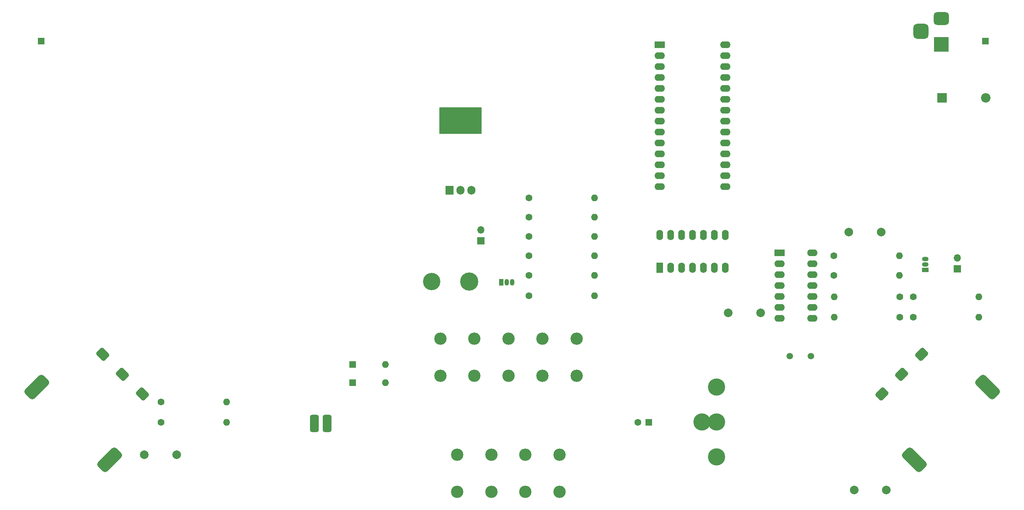
<source format=gbr>
%TF.GenerationSoftware,KiCad,Pcbnew,7.0.10*%
%TF.CreationDate,2024-01-17T17:08:55-05:00*%
%TF.ProjectId,Telstar Alpha,54656c73-7461-4722-9041-6c7068612e6b,0.1*%
%TF.SameCoordinates,Original*%
%TF.FileFunction,Soldermask,Top*%
%TF.FilePolarity,Negative*%
%FSLAX46Y46*%
G04 Gerber Fmt 4.6, Leading zero omitted, Abs format (unit mm)*
G04 Created by KiCad (PCBNEW 7.0.10) date 2024-01-17 17:08:55*
%MOMM*%
%LPD*%
G01*
G04 APERTURE LIST*
G04 Aperture macros list*
%AMRoundRect*
0 Rectangle with rounded corners*
0 $1 Rounding radius*
0 $2 $3 $4 $5 $6 $7 $8 $9 X,Y pos of 4 corners*
0 Add a 4 corners polygon primitive as box body*
4,1,4,$2,$3,$4,$5,$6,$7,$8,$9,$2,$3,0*
0 Add four circle primitives for the rounded corners*
1,1,$1+$1,$2,$3*
1,1,$1+$1,$4,$5*
1,1,$1+$1,$6,$7*
1,1,$1+$1,$8,$9*
0 Add four rect primitives between the rounded corners*
20,1,$1+$1,$2,$3,$4,$5,0*
20,1,$1+$1,$4,$5,$6,$7,0*
20,1,$1+$1,$6,$7,$8,$9,0*
20,1,$1+$1,$8,$9,$2,$3,0*%
G04 Aperture macros list end*
%ADD10C,0.150000*%
%ADD11O,3.500000X3.500000*%
%ADD12R,1.905000X2.000000*%
%ADD13O,1.905000X2.000000*%
%ADD14C,1.600000*%
%ADD15O,1.600000X1.600000*%
%ADD16R,3.500000X3.500000*%
%ADD17RoundRect,0.750000X-1.000000X0.750000X-1.000000X-0.750000X1.000000X-0.750000X1.000000X0.750000X0*%
%ADD18RoundRect,0.875000X-0.875000X0.875000X-0.875000X-0.875000X0.875000X-0.875000X0.875000X0.875000X0*%
%ADD19C,4.230000*%
%ADD20C,4.035000*%
%ADD21C,2.865000*%
%ADD22R,1.600000X2.400000*%
%ADD23O,1.600000X2.400000*%
%ADD24R,2.200000X2.200000*%
%ADD25O,2.200000X2.200000*%
%ADD26RoundRect,0.562500X-0.176777X-0.972272X0.972272X0.176777X0.176777X0.972272X-0.972272X-0.176777X0*%
%ADD27RoundRect,0.750000X-2.121320X1.060660X1.060660X-2.121320X2.121320X-1.060660X-1.060660X2.121320X0*%
%ADD28R,1.500000X1.050000*%
%ADD29O,1.500000X1.050000*%
%ADD30RoundRect,0.250000X-0.550000X-0.550000X0.550000X-0.550000X0.550000X0.550000X-0.550000X0.550000X0*%
%ADD31R,1.600000X1.600000*%
%ADD32R,1.050000X1.500000*%
%ADD33O,1.050000X1.500000*%
%ADD34R,1.700000X1.700000*%
%ADD35O,1.700000X1.700000*%
%ADD36C,4.000000*%
%ADD37C,1.500000*%
%ADD38RoundRect,0.400000X-0.600000X-1.600000X0.600000X-1.600000X0.600000X1.600000X-0.600000X1.600000X0*%
%ADD39R,2.400000X1.600000*%
%ADD40O,2.400000X1.600000*%
%ADD41C,2.000000*%
%ADD42RoundRect,0.562500X-0.972272X0.176777X0.176777X-0.972272X0.972272X-0.176777X-0.176777X0.972272X0*%
%ADD43RoundRect,0.750000X1.060660X2.121320X-2.121320X-1.060660X-1.060660X-2.121320X2.121320X1.060660X0*%
G04 APERTURE END LIST*
D10*
X117200000Y-45000000D02*
X126800000Y-45000000D01*
X126800000Y-51000000D01*
X117200000Y-51000000D01*
X117200000Y-45000000D01*
G36*
X117200000Y-45000000D02*
G01*
X126800000Y-45000000D01*
X126800000Y-51000000D01*
X117200000Y-51000000D01*
X117200000Y-45000000D01*
G37*
D11*
%TO.C,U4*%
X122000000Y-47570000D03*
D12*
X119460000Y-64230000D03*
D13*
X122000000Y-64230000D03*
X124540000Y-64230000D03*
%TD*%
D14*
%TO.C,R10*%
X227260000Y-93750000D03*
D15*
X242500000Y-93750000D03*
%TD*%
D16*
%TO.C,J2*%
X233750000Y-30250000D03*
D17*
X233750000Y-24250000D03*
D18*
X229050000Y-27250000D03*
%TD*%
D14*
%TO.C,R3*%
X52380000Y-113500000D03*
D15*
X67620000Y-113500000D03*
%TD*%
D19*
%TO.C,J1*%
X124000000Y-85480000D03*
D20*
X115300000Y-85480000D03*
%TD*%
D14*
%TO.C,R5*%
X137880000Y-79500000D03*
D15*
X153120000Y-79500000D03*
%TD*%
D21*
%TO.C,SW4*%
X121250000Y-134390000D03*
X121250000Y-125750000D03*
X129170000Y-134390000D03*
X129170000Y-125750000D03*
X137090000Y-134390000D03*
X137090000Y-125750000D03*
X145010000Y-134390000D03*
X145010000Y-125750000D03*
%TD*%
%TO.C,SW2*%
X117320000Y-107390000D03*
X117320000Y-98750000D03*
X125240000Y-107390000D03*
X125240000Y-98750000D03*
X133160000Y-107390000D03*
X133160000Y-98750000D03*
X141080000Y-107390000D03*
X141080000Y-98750000D03*
X149000000Y-107390000D03*
X149000000Y-98750000D03*
%TD*%
D14*
%TO.C,R12*%
X224120000Y-89000000D03*
D15*
X208880000Y-89000000D03*
%TD*%
D22*
%TO.C,U1*%
X168340000Y-82250000D03*
D23*
X170880000Y-82250000D03*
X173420000Y-82250000D03*
X175960000Y-82250000D03*
X178500000Y-82250000D03*
X181040000Y-82250000D03*
X183580000Y-82250000D03*
X183580000Y-74630000D03*
X181040000Y-74630000D03*
X178500000Y-74630000D03*
X175960000Y-74630000D03*
X173420000Y-74630000D03*
X170880000Y-74630000D03*
X168340000Y-74630000D03*
%TD*%
D24*
%TO.C,D3*%
X233920000Y-42750000D03*
D25*
X244080000Y-42750000D03*
%TD*%
D26*
%TO.C,RV2*%
X219948676Y-111641064D03*
X224544870Y-107044870D03*
X229141064Y-102448676D03*
D27*
X227514719Y-126985281D03*
X244485281Y-110014719D03*
%TD*%
D28*
%TO.C,Q2*%
X230000000Y-82750000D03*
D29*
X230000000Y-81480000D03*
X230000000Y-80210000D03*
%TD*%
D30*
%TO.C,J3*%
X244000000Y-29500000D03*
%TD*%
D31*
%TO.C,D2*%
X96940000Y-104750000D03*
D15*
X104560000Y-104750000D03*
%TD*%
D32*
%TO.C,Q1*%
X131480000Y-85610000D03*
D33*
X132750000Y-85610000D03*
X134020000Y-85610000D03*
%TD*%
D30*
%TO.C,J4*%
X24500000Y-29500000D03*
%TD*%
D14*
%TO.C,R1*%
X137880000Y-66000000D03*
D15*
X153120000Y-66000000D03*
%TD*%
D34*
%TO.C,J5*%
X126750000Y-76000000D03*
D35*
X126750000Y-73460000D03*
%TD*%
D36*
%TO.C,SW3*%
X181500000Y-110050000D03*
X178100000Y-118150000D03*
X181500000Y-118150000D03*
X181500000Y-126250000D03*
%TD*%
D14*
%TO.C,R11*%
X224120000Y-93750000D03*
D15*
X208880000Y-93750000D03*
%TD*%
D37*
%TO.C,Y1*%
X198550000Y-102850000D03*
X203450000Y-102850000D03*
%TD*%
D14*
%TO.C,R9*%
X52380000Y-118250000D03*
D15*
X67620000Y-118250000D03*
%TD*%
D38*
%TO.C,SW1*%
X88000000Y-118500000D03*
X91000000Y-118500000D03*
%TD*%
D39*
%TO.C,U3*%
X196130000Y-78750000D03*
D40*
X196130000Y-81290000D03*
X196130000Y-83830000D03*
X196130000Y-86370000D03*
X196130000Y-88910000D03*
X196130000Y-91450000D03*
X196130000Y-93990000D03*
X203750000Y-93990000D03*
X203750000Y-91450000D03*
X203750000Y-88910000D03*
X203750000Y-86370000D03*
X203750000Y-83830000D03*
X203750000Y-81290000D03*
X203750000Y-78750000D03*
%TD*%
D34*
%TO.C,LS1*%
X237500000Y-82525000D03*
D35*
X237500000Y-79985000D03*
%TD*%
D14*
%TO.C,R4*%
X137880000Y-75000000D03*
D15*
X153120000Y-75000000D03*
%TD*%
D41*
%TO.C,C4*%
X219750000Y-74000000D03*
X212250000Y-74000000D03*
%TD*%
D14*
%TO.C,R7*%
X137880000Y-88750000D03*
D15*
X153120000Y-88750000D03*
%TD*%
D31*
%TO.C,C5*%
X165750000Y-118250000D03*
D14*
X163250000Y-118250000D03*
%TD*%
D39*
%TO.C,U2*%
X168340000Y-30380000D03*
D40*
X168340000Y-32920000D03*
X168340000Y-35460000D03*
X168340000Y-38000000D03*
X168340000Y-40540000D03*
X168340000Y-43080000D03*
X168340000Y-45620000D03*
X168340000Y-48160000D03*
X168340000Y-50700000D03*
X168340000Y-53240000D03*
X168340000Y-55780000D03*
X168340000Y-58320000D03*
X168340000Y-60860000D03*
X168340000Y-63400000D03*
X183580000Y-63400000D03*
X183580000Y-60860000D03*
X183580000Y-58320000D03*
X183580000Y-55780000D03*
X183580000Y-53240000D03*
X183580000Y-50700000D03*
X183580000Y-48160000D03*
X183580000Y-45620000D03*
X183580000Y-43080000D03*
X183580000Y-40540000D03*
X183580000Y-38000000D03*
X183580000Y-35460000D03*
X183580000Y-32920000D03*
X183580000Y-30380000D03*
%TD*%
D14*
%TO.C,R2*%
X137880000Y-70500000D03*
D15*
X153120000Y-70500000D03*
%TD*%
D41*
%TO.C,C3*%
X184250000Y-92750000D03*
X191750000Y-92750000D03*
%TD*%
D14*
%TO.C,R13*%
X208760000Y-79500000D03*
D15*
X224000000Y-79500000D03*
%TD*%
D41*
%TO.C,C2*%
X221000000Y-134000000D03*
X213500000Y-134000000D03*
%TD*%
D14*
%TO.C,R14*%
X208760000Y-84000000D03*
D15*
X224000000Y-84000000D03*
%TD*%
D14*
%TO.C,R8*%
X227260000Y-89000000D03*
D15*
X242500000Y-89000000D03*
%TD*%
D31*
%TO.C,D1*%
X96940000Y-109000000D03*
D15*
X104560000Y-109000000D03*
%TD*%
D41*
%TO.C,C1*%
X48500000Y-125750000D03*
X56000000Y-125750000D03*
%TD*%
D14*
%TO.C,R6*%
X137880000Y-84000000D03*
D15*
X153120000Y-84000000D03*
%TD*%
D42*
%TO.C,RV1*%
X38858936Y-102448676D03*
X43455130Y-107044870D03*
X48051324Y-111641064D03*
D43*
X23514719Y-110014719D03*
X40485281Y-126985281D03*
%TD*%
M02*

</source>
